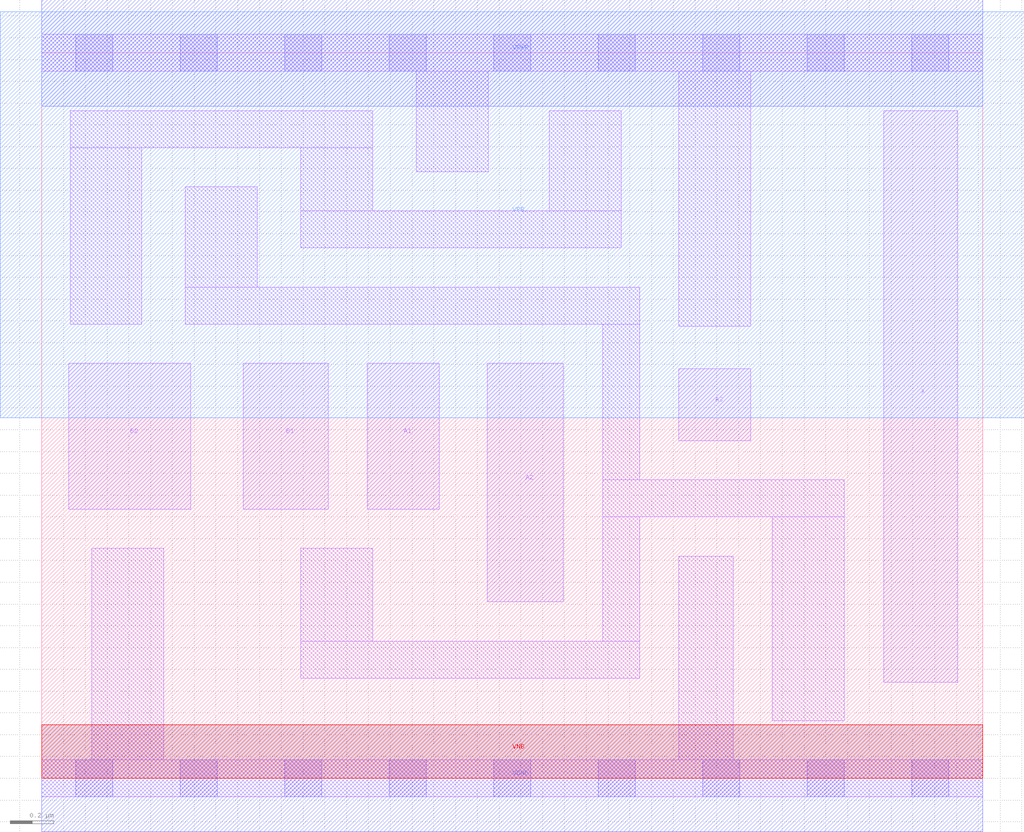
<source format=lef>
# Copyright 2020 The SkyWater PDK Authors
#
# Licensed under the Apache License, Version 2.0 (the "License");
# you may not use this file except in compliance with the License.
# You may obtain a copy of the License at
#
#     https://www.apache.org/licenses/LICENSE-2.0
#
# Unless required by applicable law or agreed to in writing, software
# distributed under the License is distributed on an "AS IS" BASIS,
# WITHOUT WARRANTIES OR CONDITIONS OF ANY KIND, either express or implied.
# See the License for the specific language governing permissions and
# limitations under the License.
#
# SPDX-License-Identifier: Apache-2.0

VERSION 5.7 ;
  NOWIREEXTENSIONATPIN ON ;
  DIVIDERCHAR "/" ;
  BUSBITCHARS "[]" ;
MACRO sky130_fd_sc_lp__a32o_lp
  CLASS CORE ;
  FOREIGN sky130_fd_sc_lp__a32o_lp ;
  ORIGIN  0.000000  0.000000 ;
  SIZE  4.320000 BY  3.330000 ;
  SYMMETRY X Y R90 ;
  SITE unit ;
  PIN A1
    ANTENNAGATEAREA  0.313000 ;
    DIRECTION INPUT ;
    USE SIGNAL ;
    PORT
      LAYER li1 ;
        RECT 1.495000 1.235000 1.825000 1.905000 ;
    END
  END A1
  PIN A2
    ANTENNAGATEAREA  0.313000 ;
    DIRECTION INPUT ;
    USE SIGNAL ;
    PORT
      LAYER li1 ;
        RECT 2.045000 0.810000 2.395000 1.905000 ;
    END
  END A2
  PIN A3
    ANTENNAGATEAREA  0.313000 ;
    DIRECTION INPUT ;
    USE SIGNAL ;
    PORT
      LAYER li1 ;
        RECT 2.925000 1.550000 3.255000 1.880000 ;
    END
  END A3
  PIN B1
    ANTENNAGATEAREA  0.313000 ;
    DIRECTION INPUT ;
    USE SIGNAL ;
    PORT
      LAYER li1 ;
        RECT 0.925000 1.235000 1.315000 1.905000 ;
    END
  END B1
  PIN B2
    ANTENNAGATEAREA  0.313000 ;
    DIRECTION INPUT ;
    USE SIGNAL ;
    PORT
      LAYER li1 ;
        RECT 0.125000 1.235000 0.685000 1.905000 ;
    END
  END B2
  PIN X
    ANTENNADIFFAREA  0.442500 ;
    DIRECTION OUTPUT ;
    USE SIGNAL ;
    PORT
      LAYER li1 ;
        RECT 3.865000 0.440000 4.205000 3.065000 ;
    END
  END X
  PIN VGND
    DIRECTION INOUT ;
    USE GROUND ;
    PORT
      LAYER met1 ;
        RECT 0.000000 -0.245000 4.320000 0.245000 ;
    END
  END VGND
  PIN VNB
    DIRECTION INOUT ;
    USE GROUND ;
    PORT
      LAYER pwell ;
        RECT 0.000000 0.000000 4.320000 0.245000 ;
    END
  END VNB
  PIN VPB
    DIRECTION INOUT ;
    USE POWER ;
    PORT
      LAYER nwell ;
        RECT -0.190000 1.655000 4.510000 3.520000 ;
    END
  END VPB
  PIN VPWR
    DIRECTION INOUT ;
    USE POWER ;
    PORT
      LAYER met1 ;
        RECT 0.000000 3.085000 4.320000 3.575000 ;
    END
  END VPWR
  OBS
    LAYER li1 ;
      RECT 0.000000 -0.085000 4.320000 0.085000 ;
      RECT 0.000000  3.245000 4.320000 3.415000 ;
      RECT 0.130000  2.085000 0.460000 2.895000 ;
      RECT 0.130000  2.895000 1.520000 3.065000 ;
      RECT 0.230000  0.085000 0.560000 1.055000 ;
      RECT 0.660000  2.085000 2.745000 2.255000 ;
      RECT 0.660000  2.255000 0.990000 2.715000 ;
      RECT 1.190000  0.460000 2.745000 0.630000 ;
      RECT 1.190000  0.630000 1.520000 1.055000 ;
      RECT 1.190000  2.435000 2.660000 2.605000 ;
      RECT 1.190000  2.605000 1.520000 2.895000 ;
      RECT 1.720000  2.785000 2.050000 3.245000 ;
      RECT 2.330000  2.605000 2.660000 3.065000 ;
      RECT 2.575000  0.630000 2.745000 1.200000 ;
      RECT 2.575000  1.200000 3.685000 1.370000 ;
      RECT 2.575000  1.370000 2.745000 2.085000 ;
      RECT 2.925000  0.085000 3.175000 1.020000 ;
      RECT 2.925000  2.075000 3.255000 3.245000 ;
      RECT 3.355000  0.265000 3.685000 1.200000 ;
    LAYER mcon ;
      RECT 0.155000 -0.085000 0.325000 0.085000 ;
      RECT 0.155000  3.245000 0.325000 3.415000 ;
      RECT 0.635000 -0.085000 0.805000 0.085000 ;
      RECT 0.635000  3.245000 0.805000 3.415000 ;
      RECT 1.115000 -0.085000 1.285000 0.085000 ;
      RECT 1.115000  3.245000 1.285000 3.415000 ;
      RECT 1.595000 -0.085000 1.765000 0.085000 ;
      RECT 1.595000  3.245000 1.765000 3.415000 ;
      RECT 2.075000 -0.085000 2.245000 0.085000 ;
      RECT 2.075000  3.245000 2.245000 3.415000 ;
      RECT 2.555000 -0.085000 2.725000 0.085000 ;
      RECT 2.555000  3.245000 2.725000 3.415000 ;
      RECT 3.035000 -0.085000 3.205000 0.085000 ;
      RECT 3.035000  3.245000 3.205000 3.415000 ;
      RECT 3.515000 -0.085000 3.685000 0.085000 ;
      RECT 3.515000  3.245000 3.685000 3.415000 ;
      RECT 3.995000 -0.085000 4.165000 0.085000 ;
      RECT 3.995000  3.245000 4.165000 3.415000 ;
  END
END sky130_fd_sc_lp__a32o_lp
END LIBRARY

</source>
